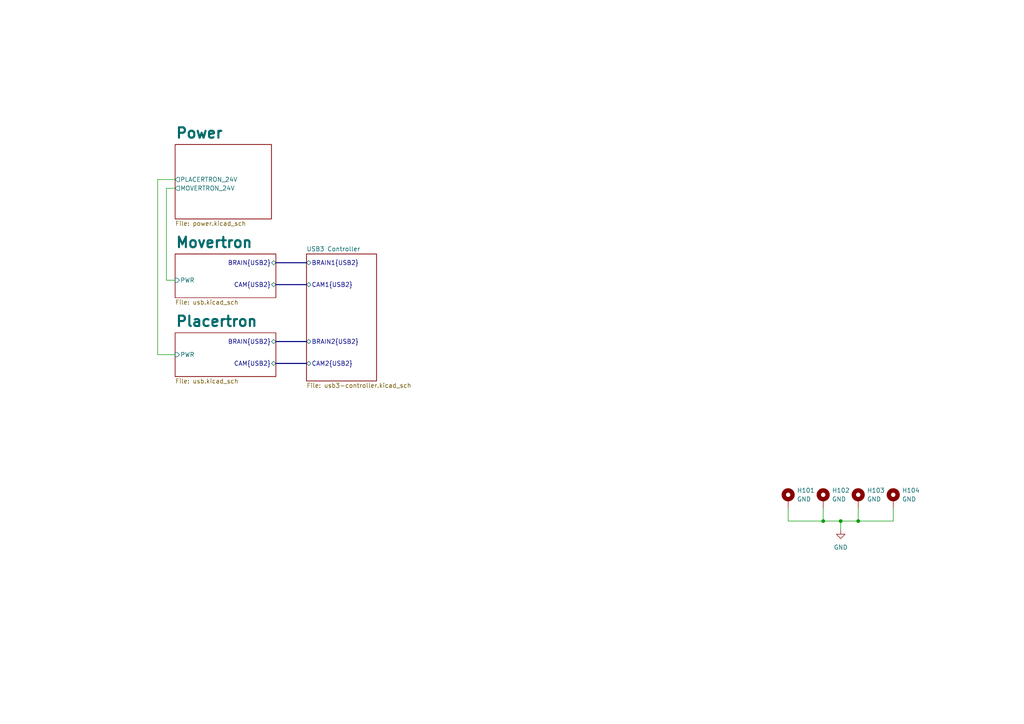
<source format=kicad_sch>
(kicad_sch (version 20250114) (generator "eeschema") (generator_version "9.0")
  (paper "A4")
  (lib_symbols
    (symbol "Mechanical:MountingHole_Pad" (pin_numbers (hide yes)) (pin_names (offset 1.016) (hide yes))
      (property "Reference" "H" (at 0 6.35 0))
      (property "Value" "MountingHole_Pad" (at 0 4.445 0))
      (symbol "MountingHole_Pad_0_1"
        (circle (center 0 1.27) (radius 1.27) (stroke (width 1.27)))
      )
      (symbol "MountingHole_Pad_1_1"
        (pin input line (at 0 -2.54 90) (length 2.54) (name "1") (number "1"))
      )
    )
    (symbol "power:GND" (power) (pin_names (offset 0))
      (property "Value" "GND" (at 0 -3.81 0))
      (symbol "GND_0_1"
        (polyline (pts (xy 0 0) (xy 0 -1.27) (xy 1.27 -1.27) (xy 0 -2.54) (xy -1.27 -1.27) (xy 0 -1.27)))
      )
      (symbol "GND_1_1"
        (pin power_in line (at 0 0 270) (length 0) (hide yes) (name "GND") (number "1"))
      )
    )
  )
  (junction (at 248.92 151.13))
  (junction (at 243.84 151.13))
  (junction (at 238.76 151.13))
  (wire (pts (xy 243.84 151.13) (xy 238.76 151.13)))
  (wire (pts (xy 248.92 151.13) (xy 243.84 151.13)))
  (wire (pts (xy 248.92 147.32) (xy 248.92 151.13)))
  (wire (pts (xy 238.76 151.13) (xy 228.6 151.13)))
  (wire (pts (xy 50.8 52.07) (xy 45.72 52.07)))
  (wire (pts (xy 259.08 147.32) (xy 259.08 151.13)))
  (wire (pts (xy 45.72 102.87) (xy 50.8 102.87)))
  (bus (pts (xy 80.01 76.2) (xy 88.9 76.2)))
  (bus (pts (xy 80.01 82.55) (xy 88.9 82.55)))
  (wire (pts (xy 48.26 81.28) (xy 50.8 81.28)))
  (bus (pts (xy 80.01 105.41) (xy 88.9 105.41)))
  (wire (pts (xy 238.76 147.32) (xy 238.76 151.13)))
  (wire (pts (xy 259.08 151.13) (xy 248.92 151.13)))
  (wire (pts (xy 45.72 52.07) (xy 45.72 102.87)))
  (bus (pts (xy 80.01 99.06) (xy 88.9 99.06)))
  (wire (pts (xy 228.6 151.13) (xy 228.6 147.32)))
  (wire (pts (xy 243.84 153.67) (xy 243.84 151.13)))
  (wire (pts (xy 48.26 54.61) (xy 48.26 81.28)))
  (wire (pts (xy 50.8 54.61) (xy 48.26 54.61)))
  (symbol (lib_id "Mechanical:MountingHole_Pad") (at 238.76 144.78 0) (unit 1)
    (property "Reference" "H102" (at 241.3 142.24 0) (effects (justify left)))
    (property "Value" "GND" (at 241.3 144.78 0) (effects (justify left)))
    (property "Footprint" "MountingHole:MountingHole_3mm_Pad" (effects (hide yes)))
  )
  (symbol (lib_id "Mechanical:MountingHole_Pad") (at 248.92 144.78 0) (unit 1)
    (property "Reference" "H103" (at 251.46 142.24 0) (effects (justify left)))
    (property "Value" "GND" (at 251.46 144.78 0) (effects (justify left)))
    (property "Footprint" "MountingHole:MountingHole_3mm_Pad" (effects (hide yes)))
  )
  (symbol (lib_id "Mechanical:MountingHole_Pad") (at 228.6 144.78 0) (unit 1)
    (property "Reference" "H101" (at 231.14 142.24 0) (effects (justify left)))
    (property "Value" "GND" (at 231.14 144.78 0) (effects (justify left)))
    (property "Footprint" "MountingHole:MountingHole_3mm_Pad" (effects (hide yes)))
  )
  (symbol (lib_id "power:GND") (at 243.84 153.67 0) (unit 1)
    (property "Reference" "#PWR0101" (effects (hide yes)))
    (property "Value" "GND" (at 243.84 158.75 0))
  )
  (symbol (lib_id "Mechanical:MountingHole_Pad") (at 259.08 144.78 0) (unit 1)
    (property "Reference" "H104" (at 261.62 142.24 0) (effects (justify left)))
    (property "Value" "GND" (at 261.62 144.78 0) (effects (justify left)))
    (property "Footprint" "MountingHole:MountingHole_3mm_Pad" (effects (hide yes)))
  )
  (sheet (at 50.8 41.91) (size 27.94 21.59) (stroke (width 0.1524))
    (property "Sheetname" "Power" (at 50.8 40.3334 0) (effects (font (size 3 3) (bold yes)) (justify left bottom)))
    (property "Sheetfile" "power.kicad_sch" (at 50.8 64.0846 0) (effects (justify left top)))
    (pin "PLACERTRON_24V" output (at 50.8 52.07 180))
    (pin "MOVERTRON_24V" output (at 50.8 54.61 180))
  )
  (sheet (at 50.8 73.66) (size 29.21 12.7) (stroke (width 0.1524))
    (property "Sheetname" "Movertron" (at 50.8 72.0834 0) (effects (font (size 3 3) (bold yes)) (justify left bottom)))
    (property "Sheetfile" "usb.kicad_sch" (at 50.8 86.9446 0) (effects (justify left top)))
    (pin "PWR" input (at 50.8 81.28 180))
    (pin "CAM{USB2}" bidirectional (at 80.01 82.55 0))
    (pin "BRAIN{USB2}" bidirectional (at 80.01 76.2 0))
  )
  (sheet (at 88.9 73.66) (size 20.32 36.83) (stroke (width 0.1524))
    (property "Sheetname" "USB3 Controller" (at 88.9 72.9484 0) (effects (justify left bottom)))
    (property "Sheetfile" "usb3-controller.kicad_sch" (at 88.9 111.0746 0) (effects (justify left top)))
    (pin "CAM2{USB2}" bidirectional (at 88.9 105.41 180))
    (pin "BRAIN2{USB2}" bidirectional (at 88.9 99.06 180))
    (pin "BRAIN1{USB2}" bidirectional (at 88.9 76.2 180))
    (pin "CAM1{USB2}" bidirectional (at 88.9 82.55 180))
  )
  (sheet (at 50.8 96.52) (size 29.21 12.7) (stroke (width 0.1524))
    (property "Sheetname" "Placertron" (at 50.8 94.9434 0) (effects (font (size 3 3) (bold yes)) (justify left bottom)))
    (property "Sheetfile" "usb.kicad_sch" (at 50.8 109.8046 0) (effects (justify left top)))
    (pin "PWR" input (at 50.8 102.87 180))
    (pin "CAM{USB2}" bidirectional (at 80.01 105.41 0))
    (pin "BRAIN{USB2}" bidirectional (at 80.01 99.06 0))
  )
)
</source>
